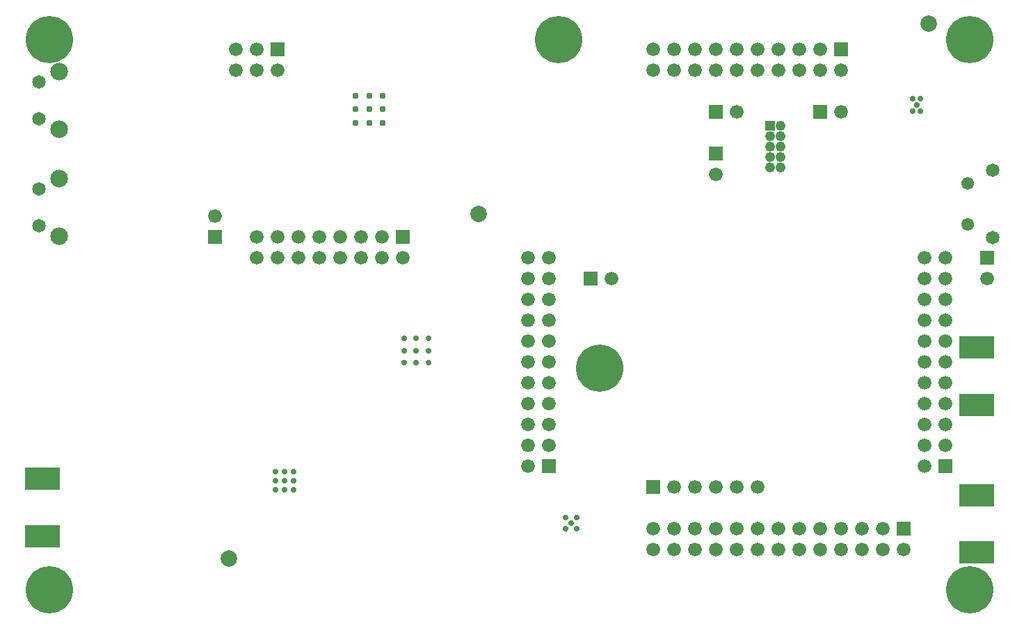
<source format=gbr>
G04 #@! TF.GenerationSoftware,KiCad,Pcbnew,(5.1.6-0-10_14)*
G04 #@! TF.CreationDate,2020-09-07T10:58:25+10:00*
G04 #@! TF.ProjectId,hackrf-one,6861636b-7266-42d6-9f6e-652e6b696361,rev?*
G04 #@! TF.SameCoordinates,Original*
G04 #@! TF.FileFunction,Soldermask,Bot*
G04 #@! TF.FilePolarity,Negative*
%FSLAX45Y45*%
G04 Gerber Fmt 4.5, Leading zero omitted, Abs format (unit mm)*
G04 Created by KiCad (PCBNEW (5.1.6-0-10_14)) date 2020-09-07 10:58:25*
%MOMM*%
%LPD*%
G01*
G04 APERTURE LIST*
%ADD10C,1.552400*%
%ADD11C,1.652400*%
%ADD12C,2.000000*%
%ADD13C,0.742240*%
%ADD14C,0.752400*%
%ADD15C,5.752400*%
%ADD16C,1.676400*%
%ADD17R,1.676400X1.676400*%
%ADD18R,4.342400X2.817400*%
%ADD19C,1.219200*%
%ADD20R,1.219200X1.219200*%
%ADD21C,2.152400*%
%ADD22C,0.737400*%
%ADD23C,0.736600*%
%ADD24C,0.777240*%
G04 APERTURE END LIST*
D10*
G04 #@! TO.C,J1*
X17577000Y-12151000D03*
X17577000Y-12649000D03*
D11*
X17880000Y-11987500D03*
X17880000Y-12812500D03*
G04 #@! TD*
D12*
G04 #@! TO.C,MARK1MM*
X11623280Y-12527320D03*
G04 #@! TD*
G04 #@! TO.C,MARK1MM*
X8580360Y-16723400D03*
G04 #@! TD*
D13*
G04 #@! TO.C,U19*
X12812920Y-16358600D03*
X12812920Y-16226600D03*
X12680920Y-16226600D03*
X12680920Y-16358600D03*
X12746920Y-16292600D03*
G04 #@! TD*
D12*
G04 #@! TO.C,MARK1MM*
X17100000Y-10200000D03*
G04 #@! TD*
D14*
G04 #@! TO.C,J4*
X6555000Y-10555000D03*
X6245000Y-10555000D03*
X6245000Y-10245000D03*
X6555000Y-10245000D03*
X6620000Y-10400000D03*
X6400000Y-10620000D03*
X6180000Y-10400000D03*
X6400000Y-10180000D03*
D15*
X6400000Y-10400000D03*
G04 #@! TD*
D14*
G04 #@! TO.C,J5*
X6555000Y-17255000D03*
X6245000Y-17255000D03*
X6245000Y-16945000D03*
X6555000Y-16945000D03*
X6620000Y-17100000D03*
X6400000Y-17320000D03*
X6180000Y-17100000D03*
X6400000Y-16880000D03*
D15*
X6400000Y-17100000D03*
G04 #@! TD*
D14*
G04 #@! TO.C,J6*
X17755000Y-17255000D03*
X17445000Y-17255000D03*
X17445000Y-16945000D03*
X17755000Y-16945000D03*
X17820000Y-17100000D03*
X17600000Y-17320000D03*
X17380000Y-17100000D03*
X17600000Y-16880000D03*
D15*
X17600000Y-17100000D03*
G04 #@! TD*
D14*
G04 #@! TO.C,J7*
X17755000Y-10555000D03*
X17445000Y-10555000D03*
X17445000Y-10245000D03*
X17755000Y-10245000D03*
X17820000Y-10400000D03*
X17600000Y-10620000D03*
X17380000Y-10400000D03*
X17600000Y-10180000D03*
D15*
X17600000Y-10400000D03*
G04 #@! TD*
D14*
G04 #@! TO.C,J8*
X12755000Y-10555000D03*
X12445000Y-10555000D03*
X12445000Y-10245000D03*
X12755000Y-10245000D03*
X12820000Y-10400000D03*
X12600000Y-10620000D03*
X12380000Y-10400000D03*
X12600000Y-10180000D03*
D15*
X12600000Y-10400000D03*
G04 #@! TD*
D14*
G04 #@! TO.C,J9*
X13255000Y-14555000D03*
X12945000Y-14555000D03*
X12945000Y-14245000D03*
X13255000Y-14245000D03*
X13320000Y-14400000D03*
X13100000Y-14620000D03*
X12880000Y-14400000D03*
X13100000Y-14180000D03*
D15*
X13100000Y-14400000D03*
G04 #@! TD*
D16*
G04 #@! TO.C,P1*
X14763000Y-11277000D03*
D17*
X14509000Y-11277000D03*
G04 #@! TD*
D18*
G04 #@! TO.C,P2*
X17688500Y-14150750D03*
X17688500Y-14849250D03*
G04 #@! TD*
D16*
G04 #@! TO.C,P3*
X14509000Y-12039000D03*
D17*
X14509000Y-11785000D03*
G04 #@! TD*
D18*
G04 #@! TO.C,P4*
X6311500Y-16449250D03*
X6311500Y-15750750D03*
G04 #@! TD*
D16*
G04 #@! TO.C,P5*
X8667000Y-10769000D03*
X8667000Y-10515000D03*
X8921000Y-10769000D03*
X8921000Y-10515000D03*
X9175000Y-10769000D03*
D17*
X9175000Y-10515000D03*
G04 #@! TD*
D16*
G04 #@! TO.C,P8*
X16033000Y-11277000D03*
D17*
X15779000Y-11277000D03*
G04 #@! TD*
D16*
G04 #@! TO.C,P9*
X8921000Y-13055000D03*
X8921000Y-12801000D03*
X9175000Y-13055000D03*
X9175000Y-12801000D03*
X9429000Y-13055000D03*
X9429000Y-12801000D03*
X9683000Y-13055000D03*
X9683000Y-12801000D03*
X9937000Y-13055000D03*
X9937000Y-12801000D03*
X10191000Y-13055000D03*
X10191000Y-12801000D03*
X10445000Y-13055000D03*
X10445000Y-12801000D03*
X10699000Y-13055000D03*
D17*
X10699000Y-12801000D03*
G04 #@! TD*
D18*
G04 #@! TO.C,P16*
X17688500Y-15950750D03*
X17688500Y-16649250D03*
G04 #@! TD*
D16*
G04 #@! TO.C,P20*
X17049000Y-13055000D03*
X17303000Y-13055000D03*
X17049000Y-13309000D03*
X17303000Y-13309000D03*
X17049000Y-13563000D03*
X17303000Y-13563000D03*
X17049000Y-13817000D03*
X17303000Y-13817000D03*
X17049000Y-14071000D03*
X17303000Y-14071000D03*
X17049000Y-14325000D03*
X17303000Y-14325000D03*
X17049000Y-14579000D03*
X17303000Y-14579000D03*
X17049000Y-14833000D03*
X17303000Y-14833000D03*
X17049000Y-15087000D03*
X17303000Y-15087000D03*
X17049000Y-15341000D03*
X17303000Y-15341000D03*
X17049000Y-15595000D03*
D17*
X17303000Y-15595000D03*
G04 #@! TD*
D16*
G04 #@! TO.C,P22*
X13747000Y-16611000D03*
X13747000Y-16357000D03*
X14001000Y-16611000D03*
X14001000Y-16357000D03*
X14255000Y-16611000D03*
X14255000Y-16357000D03*
X14509000Y-16611000D03*
X14509000Y-16357000D03*
X14763000Y-16611000D03*
X14763000Y-16357000D03*
X15017000Y-16611000D03*
X15017000Y-16357000D03*
X15271000Y-16611000D03*
X15271000Y-16357000D03*
X15525000Y-16611000D03*
X15525000Y-16357000D03*
X15779000Y-16611000D03*
X15779000Y-16357000D03*
X16033000Y-16611000D03*
X16033000Y-16357000D03*
X16287000Y-16611000D03*
X16287000Y-16357000D03*
X16541000Y-16611000D03*
X16541000Y-16357000D03*
X16795000Y-16611000D03*
D17*
X16795000Y-16357000D03*
G04 #@! TD*
D16*
G04 #@! TO.C,P25*
X15017000Y-15849000D03*
X14763000Y-15849000D03*
X14509000Y-15849000D03*
X14255000Y-15849000D03*
X14001000Y-15849000D03*
D17*
X13747000Y-15849000D03*
G04 #@! TD*
D19*
G04 #@! TO.C,P26*
X15293260Y-11954660D03*
X15166260Y-11954660D03*
X15293260Y-11827660D03*
X15166260Y-11827660D03*
X15293260Y-11700660D03*
X15166260Y-11700660D03*
X15293260Y-11573660D03*
X15166260Y-11573660D03*
X15293260Y-11446660D03*
D20*
X15166260Y-11446660D03*
G04 #@! TD*
D16*
G04 #@! TO.C,P28*
X12223000Y-13055000D03*
X12477000Y-13055000D03*
X12223000Y-13309000D03*
X12477000Y-13309000D03*
X12223000Y-13563000D03*
X12477000Y-13563000D03*
X12223000Y-13817000D03*
X12477000Y-13817000D03*
X12223000Y-14071000D03*
X12477000Y-14071000D03*
X12223000Y-14325000D03*
X12477000Y-14325000D03*
X12223000Y-14579000D03*
X12477000Y-14579000D03*
X12223000Y-14833000D03*
X12477000Y-14833000D03*
X12223000Y-15087000D03*
X12477000Y-15087000D03*
X12223000Y-15341000D03*
X12477000Y-15341000D03*
X12223000Y-15595000D03*
D17*
X12477000Y-15595000D03*
G04 #@! TD*
D16*
G04 #@! TO.C,P29*
X13239000Y-13309000D03*
D17*
X12985000Y-13309000D03*
G04 #@! TD*
D16*
G04 #@! TO.C,P30*
X13747000Y-10769000D03*
X13747000Y-10515000D03*
X14001000Y-10769000D03*
X14001000Y-10515000D03*
X14255000Y-10769000D03*
X14255000Y-10515000D03*
X14509000Y-10769000D03*
X14509000Y-10515000D03*
X14763000Y-10769000D03*
X14763000Y-10515000D03*
X15017000Y-10769000D03*
X15017000Y-10515000D03*
X15271000Y-10769000D03*
X15271000Y-10515000D03*
X15525000Y-10769000D03*
X15525000Y-10515000D03*
X15779000Y-10769000D03*
X15779000Y-10515000D03*
X16033000Y-10769000D03*
D17*
X16033000Y-10515000D03*
G04 #@! TD*
D16*
G04 #@! TO.C,P36*
X8413000Y-12547000D03*
D17*
X8413000Y-12801000D03*
G04 #@! TD*
D16*
G04 #@! TO.C,P80*
X17811000Y-13309000D03*
D17*
X17811000Y-13055000D03*
G04 #@! TD*
D21*
G04 #@! TO.C,SW1*
X6519000Y-12089500D03*
X6519000Y-12790500D03*
D11*
X6270000Y-12665000D03*
X6270000Y-12215000D03*
G04 #@! TD*
D21*
G04 #@! TO.C,SW2*
X6519000Y-10789500D03*
X6519000Y-11490500D03*
D11*
X6270000Y-11365000D03*
X6270000Y-10915000D03*
G04 #@! TD*
D22*
G04 #@! TO.C,U21*
X16903000Y-11120120D03*
X17003000Y-11120120D03*
X17003000Y-11270120D03*
X16903000Y-11270120D03*
X16953000Y-11195120D03*
G04 #@! TD*
D13*
G04 #@! TO.C,U4*
X9152040Y-15666360D03*
X9152040Y-15776360D03*
X9152040Y-15886360D03*
X9262040Y-15886360D03*
X9372040Y-15886360D03*
X9372040Y-15776360D03*
X9372040Y-15666360D03*
X9262040Y-15666360D03*
X9262040Y-15776360D03*
G04 #@! TD*
D23*
G04 #@! TO.C,U17*
X11014850Y-14339710D03*
X11014850Y-14189710D03*
X11014850Y-14039710D03*
X10864850Y-14039710D03*
X10714850Y-14039710D03*
X10714850Y-14189710D03*
X10714850Y-14339710D03*
X10864850Y-14339710D03*
X10864850Y-14189710D03*
G04 #@! TD*
D24*
G04 #@! TO.C,U18*
X10454540Y-11411180D03*
X10454540Y-11246180D03*
X10454540Y-11081180D03*
X10289540Y-11081180D03*
X10124540Y-11081180D03*
X10124540Y-11246180D03*
X10124540Y-11411180D03*
X10289540Y-11411180D03*
X10289540Y-11246180D03*
G04 #@! TD*
M02*

</source>
